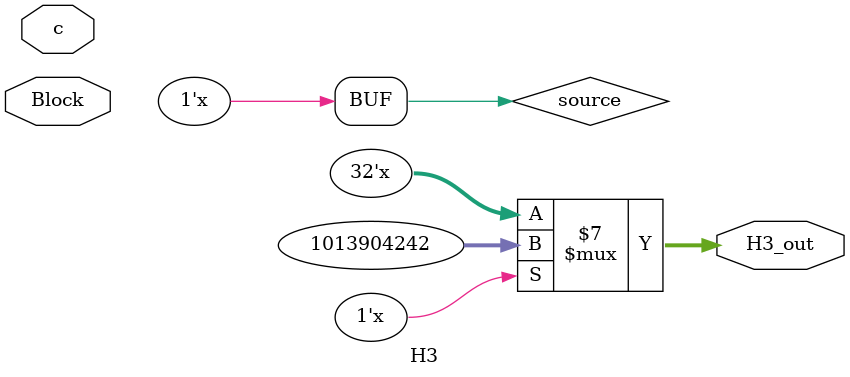
<source format=v>
`timescale 1ns / 1ps
module H3(input Block, input [31:0] c, output reg [31:0] H3_out );

reg source; 
initial
begin
	source = 1;
//	H2_out = 32'hbb67ae85;
end

always @ (Block)
begin
	source = ~source;
	if (source == 0)			//initial block, reading default values
		begin
			H3_out = 32'h3c6ef372;
		end
	else
		begin
			H3_out = c + H3_out;
		end
		
end

endmodule

</source>
